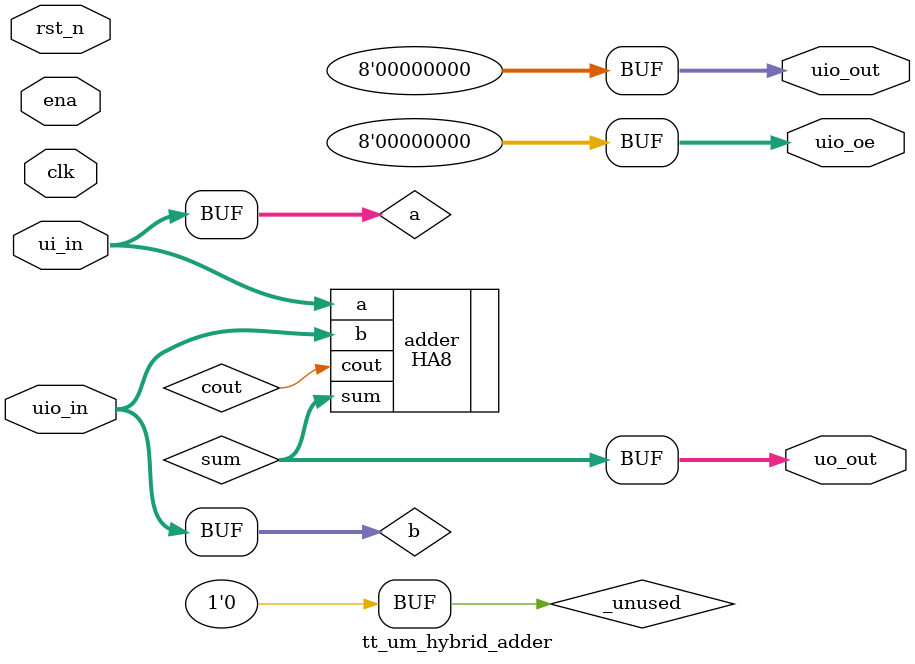
<source format=v>
/*
 * Copyright (c) 2024 Your Name
 * SPDX-License-Identifier: Apache-2.0
 */

`default_nettype none

module tt_um_hybrid_adder (
    input  wire [7:0] ui_in,    // Dedicated inputs
    output wire [7:0] uo_out,   // Dedicated outputs
    input  wire [7:0] uio_in,   // IOs: Input path
    output wire [7:0] uio_out,  // IOs: Output path
    output wire [7:0] uio_oe,   // IOs: Enable path (active high: 0=input, 1=output)
    input  wire       ena,      // always 1 when the design is powered, so you can ignore it
    input  wire       clk,      // clock
    input  wire       rst_n     // reset_n - low to reset
);

  // All output pins must be assigned. If not used, assign to 0.
  wire cout;
  wire [7:0] sum, a, b;

  assign uo_out = sum;
  assign a = ui_in;
  assign b = uio_in;

  HA8 adder(
    .sum(sum),
    .cout(cout),
    .a(a),
    .b(b)
  );

  assign uio_oe = 0;
  assign uio_out = 0;

  // List all unused inputs to prevent warnings
  wire _unused = &{ena, clk, rst_n, 1'b0};

endmodule

</source>
